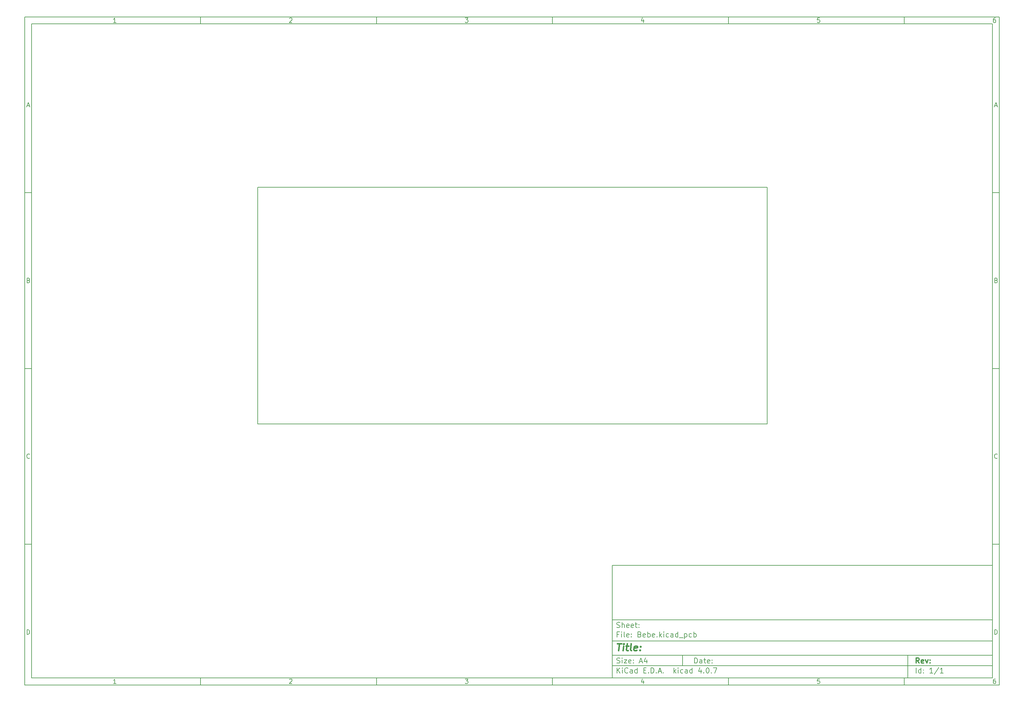
<source format=gbr>
G04 #@! TF.FileFunction,Profile,NP*
%FSLAX46Y46*%
G04 Gerber Fmt 4.6, Leading zero omitted, Abs format (unit mm)*
G04 Created by KiCad (PCBNEW 4.0.7) date 09/26/19 12:59:43*
%MOMM*%
%LPD*%
G01*
G04 APERTURE LIST*
%ADD10C,0.100000*%
%ADD11C,0.150000*%
%ADD12C,0.300000*%
%ADD13C,0.400000*%
G04 APERTURE END LIST*
D10*
D11*
X177002200Y-166007200D02*
X177002200Y-198007200D01*
X285002200Y-198007200D01*
X285002200Y-166007200D01*
X177002200Y-166007200D01*
D10*
D11*
X10000000Y-10000000D02*
X10000000Y-200007200D01*
X287002200Y-200007200D01*
X287002200Y-10000000D01*
X10000000Y-10000000D01*
D10*
D11*
X12000000Y-12000000D02*
X12000000Y-198007200D01*
X285002200Y-198007200D01*
X285002200Y-12000000D01*
X12000000Y-12000000D01*
D10*
D11*
X60000000Y-12000000D02*
X60000000Y-10000000D01*
D10*
D11*
X110000000Y-12000000D02*
X110000000Y-10000000D01*
D10*
D11*
X160000000Y-12000000D02*
X160000000Y-10000000D01*
D10*
D11*
X210000000Y-12000000D02*
X210000000Y-10000000D01*
D10*
D11*
X260000000Y-12000000D02*
X260000000Y-10000000D01*
D10*
D11*
X35990476Y-11588095D02*
X35247619Y-11588095D01*
X35619048Y-11588095D02*
X35619048Y-10288095D01*
X35495238Y-10473810D01*
X35371429Y-10597619D01*
X35247619Y-10659524D01*
D10*
D11*
X85247619Y-10411905D02*
X85309524Y-10350000D01*
X85433333Y-10288095D01*
X85742857Y-10288095D01*
X85866667Y-10350000D01*
X85928571Y-10411905D01*
X85990476Y-10535714D01*
X85990476Y-10659524D01*
X85928571Y-10845238D01*
X85185714Y-11588095D01*
X85990476Y-11588095D01*
D10*
D11*
X135185714Y-10288095D02*
X135990476Y-10288095D01*
X135557143Y-10783333D01*
X135742857Y-10783333D01*
X135866667Y-10845238D01*
X135928571Y-10907143D01*
X135990476Y-11030952D01*
X135990476Y-11340476D01*
X135928571Y-11464286D01*
X135866667Y-11526190D01*
X135742857Y-11588095D01*
X135371429Y-11588095D01*
X135247619Y-11526190D01*
X135185714Y-11464286D01*
D10*
D11*
X185866667Y-10721429D02*
X185866667Y-11588095D01*
X185557143Y-10226190D02*
X185247619Y-11154762D01*
X186052381Y-11154762D01*
D10*
D11*
X235928571Y-10288095D02*
X235309524Y-10288095D01*
X235247619Y-10907143D01*
X235309524Y-10845238D01*
X235433333Y-10783333D01*
X235742857Y-10783333D01*
X235866667Y-10845238D01*
X235928571Y-10907143D01*
X235990476Y-11030952D01*
X235990476Y-11340476D01*
X235928571Y-11464286D01*
X235866667Y-11526190D01*
X235742857Y-11588095D01*
X235433333Y-11588095D01*
X235309524Y-11526190D01*
X235247619Y-11464286D01*
D10*
D11*
X285866667Y-10288095D02*
X285619048Y-10288095D01*
X285495238Y-10350000D01*
X285433333Y-10411905D01*
X285309524Y-10597619D01*
X285247619Y-10845238D01*
X285247619Y-11340476D01*
X285309524Y-11464286D01*
X285371429Y-11526190D01*
X285495238Y-11588095D01*
X285742857Y-11588095D01*
X285866667Y-11526190D01*
X285928571Y-11464286D01*
X285990476Y-11340476D01*
X285990476Y-11030952D01*
X285928571Y-10907143D01*
X285866667Y-10845238D01*
X285742857Y-10783333D01*
X285495238Y-10783333D01*
X285371429Y-10845238D01*
X285309524Y-10907143D01*
X285247619Y-11030952D01*
D10*
D11*
X60000000Y-198007200D02*
X60000000Y-200007200D01*
D10*
D11*
X110000000Y-198007200D02*
X110000000Y-200007200D01*
D10*
D11*
X160000000Y-198007200D02*
X160000000Y-200007200D01*
D10*
D11*
X210000000Y-198007200D02*
X210000000Y-200007200D01*
D10*
D11*
X260000000Y-198007200D02*
X260000000Y-200007200D01*
D10*
D11*
X35990476Y-199595295D02*
X35247619Y-199595295D01*
X35619048Y-199595295D02*
X35619048Y-198295295D01*
X35495238Y-198481010D01*
X35371429Y-198604819D01*
X35247619Y-198666724D01*
D10*
D11*
X85247619Y-198419105D02*
X85309524Y-198357200D01*
X85433333Y-198295295D01*
X85742857Y-198295295D01*
X85866667Y-198357200D01*
X85928571Y-198419105D01*
X85990476Y-198542914D01*
X85990476Y-198666724D01*
X85928571Y-198852438D01*
X85185714Y-199595295D01*
X85990476Y-199595295D01*
D10*
D11*
X135185714Y-198295295D02*
X135990476Y-198295295D01*
X135557143Y-198790533D01*
X135742857Y-198790533D01*
X135866667Y-198852438D01*
X135928571Y-198914343D01*
X135990476Y-199038152D01*
X135990476Y-199347676D01*
X135928571Y-199471486D01*
X135866667Y-199533390D01*
X135742857Y-199595295D01*
X135371429Y-199595295D01*
X135247619Y-199533390D01*
X135185714Y-199471486D01*
D10*
D11*
X185866667Y-198728629D02*
X185866667Y-199595295D01*
X185557143Y-198233390D02*
X185247619Y-199161962D01*
X186052381Y-199161962D01*
D10*
D11*
X235928571Y-198295295D02*
X235309524Y-198295295D01*
X235247619Y-198914343D01*
X235309524Y-198852438D01*
X235433333Y-198790533D01*
X235742857Y-198790533D01*
X235866667Y-198852438D01*
X235928571Y-198914343D01*
X235990476Y-199038152D01*
X235990476Y-199347676D01*
X235928571Y-199471486D01*
X235866667Y-199533390D01*
X235742857Y-199595295D01*
X235433333Y-199595295D01*
X235309524Y-199533390D01*
X235247619Y-199471486D01*
D10*
D11*
X285866667Y-198295295D02*
X285619048Y-198295295D01*
X285495238Y-198357200D01*
X285433333Y-198419105D01*
X285309524Y-198604819D01*
X285247619Y-198852438D01*
X285247619Y-199347676D01*
X285309524Y-199471486D01*
X285371429Y-199533390D01*
X285495238Y-199595295D01*
X285742857Y-199595295D01*
X285866667Y-199533390D01*
X285928571Y-199471486D01*
X285990476Y-199347676D01*
X285990476Y-199038152D01*
X285928571Y-198914343D01*
X285866667Y-198852438D01*
X285742857Y-198790533D01*
X285495238Y-198790533D01*
X285371429Y-198852438D01*
X285309524Y-198914343D01*
X285247619Y-199038152D01*
D10*
D11*
X10000000Y-60000000D02*
X12000000Y-60000000D01*
D10*
D11*
X10000000Y-110000000D02*
X12000000Y-110000000D01*
D10*
D11*
X10000000Y-160000000D02*
X12000000Y-160000000D01*
D10*
D11*
X10690476Y-35216667D02*
X11309524Y-35216667D01*
X10566667Y-35588095D02*
X11000000Y-34288095D01*
X11433333Y-35588095D01*
D10*
D11*
X11092857Y-84907143D02*
X11278571Y-84969048D01*
X11340476Y-85030952D01*
X11402381Y-85154762D01*
X11402381Y-85340476D01*
X11340476Y-85464286D01*
X11278571Y-85526190D01*
X11154762Y-85588095D01*
X10659524Y-85588095D01*
X10659524Y-84288095D01*
X11092857Y-84288095D01*
X11216667Y-84350000D01*
X11278571Y-84411905D01*
X11340476Y-84535714D01*
X11340476Y-84659524D01*
X11278571Y-84783333D01*
X11216667Y-84845238D01*
X11092857Y-84907143D01*
X10659524Y-84907143D01*
D10*
D11*
X11402381Y-135464286D02*
X11340476Y-135526190D01*
X11154762Y-135588095D01*
X11030952Y-135588095D01*
X10845238Y-135526190D01*
X10721429Y-135402381D01*
X10659524Y-135278571D01*
X10597619Y-135030952D01*
X10597619Y-134845238D01*
X10659524Y-134597619D01*
X10721429Y-134473810D01*
X10845238Y-134350000D01*
X11030952Y-134288095D01*
X11154762Y-134288095D01*
X11340476Y-134350000D01*
X11402381Y-134411905D01*
D10*
D11*
X10659524Y-185588095D02*
X10659524Y-184288095D01*
X10969048Y-184288095D01*
X11154762Y-184350000D01*
X11278571Y-184473810D01*
X11340476Y-184597619D01*
X11402381Y-184845238D01*
X11402381Y-185030952D01*
X11340476Y-185278571D01*
X11278571Y-185402381D01*
X11154762Y-185526190D01*
X10969048Y-185588095D01*
X10659524Y-185588095D01*
D10*
D11*
X287002200Y-60000000D02*
X285002200Y-60000000D01*
D10*
D11*
X287002200Y-110000000D02*
X285002200Y-110000000D01*
D10*
D11*
X287002200Y-160000000D02*
X285002200Y-160000000D01*
D10*
D11*
X285692676Y-35216667D02*
X286311724Y-35216667D01*
X285568867Y-35588095D02*
X286002200Y-34288095D01*
X286435533Y-35588095D01*
D10*
D11*
X286095057Y-84907143D02*
X286280771Y-84969048D01*
X286342676Y-85030952D01*
X286404581Y-85154762D01*
X286404581Y-85340476D01*
X286342676Y-85464286D01*
X286280771Y-85526190D01*
X286156962Y-85588095D01*
X285661724Y-85588095D01*
X285661724Y-84288095D01*
X286095057Y-84288095D01*
X286218867Y-84350000D01*
X286280771Y-84411905D01*
X286342676Y-84535714D01*
X286342676Y-84659524D01*
X286280771Y-84783333D01*
X286218867Y-84845238D01*
X286095057Y-84907143D01*
X285661724Y-84907143D01*
D10*
D11*
X286404581Y-135464286D02*
X286342676Y-135526190D01*
X286156962Y-135588095D01*
X286033152Y-135588095D01*
X285847438Y-135526190D01*
X285723629Y-135402381D01*
X285661724Y-135278571D01*
X285599819Y-135030952D01*
X285599819Y-134845238D01*
X285661724Y-134597619D01*
X285723629Y-134473810D01*
X285847438Y-134350000D01*
X286033152Y-134288095D01*
X286156962Y-134288095D01*
X286342676Y-134350000D01*
X286404581Y-134411905D01*
D10*
D11*
X285661724Y-185588095D02*
X285661724Y-184288095D01*
X285971248Y-184288095D01*
X286156962Y-184350000D01*
X286280771Y-184473810D01*
X286342676Y-184597619D01*
X286404581Y-184845238D01*
X286404581Y-185030952D01*
X286342676Y-185278571D01*
X286280771Y-185402381D01*
X286156962Y-185526190D01*
X285971248Y-185588095D01*
X285661724Y-185588095D01*
D10*
D11*
X200359343Y-193785771D02*
X200359343Y-192285771D01*
X200716486Y-192285771D01*
X200930771Y-192357200D01*
X201073629Y-192500057D01*
X201145057Y-192642914D01*
X201216486Y-192928629D01*
X201216486Y-193142914D01*
X201145057Y-193428629D01*
X201073629Y-193571486D01*
X200930771Y-193714343D01*
X200716486Y-193785771D01*
X200359343Y-193785771D01*
X202502200Y-193785771D02*
X202502200Y-193000057D01*
X202430771Y-192857200D01*
X202287914Y-192785771D01*
X202002200Y-192785771D01*
X201859343Y-192857200D01*
X202502200Y-193714343D02*
X202359343Y-193785771D01*
X202002200Y-193785771D01*
X201859343Y-193714343D01*
X201787914Y-193571486D01*
X201787914Y-193428629D01*
X201859343Y-193285771D01*
X202002200Y-193214343D01*
X202359343Y-193214343D01*
X202502200Y-193142914D01*
X203002200Y-192785771D02*
X203573629Y-192785771D01*
X203216486Y-192285771D02*
X203216486Y-193571486D01*
X203287914Y-193714343D01*
X203430772Y-193785771D01*
X203573629Y-193785771D01*
X204645057Y-193714343D02*
X204502200Y-193785771D01*
X204216486Y-193785771D01*
X204073629Y-193714343D01*
X204002200Y-193571486D01*
X204002200Y-193000057D01*
X204073629Y-192857200D01*
X204216486Y-192785771D01*
X204502200Y-192785771D01*
X204645057Y-192857200D01*
X204716486Y-193000057D01*
X204716486Y-193142914D01*
X204002200Y-193285771D01*
X205359343Y-193642914D02*
X205430771Y-193714343D01*
X205359343Y-193785771D01*
X205287914Y-193714343D01*
X205359343Y-193642914D01*
X205359343Y-193785771D01*
X205359343Y-192857200D02*
X205430771Y-192928629D01*
X205359343Y-193000057D01*
X205287914Y-192928629D01*
X205359343Y-192857200D01*
X205359343Y-193000057D01*
D10*
D11*
X177002200Y-194507200D02*
X285002200Y-194507200D01*
D10*
D11*
X178359343Y-196585771D02*
X178359343Y-195085771D01*
X179216486Y-196585771D02*
X178573629Y-195728629D01*
X179216486Y-195085771D02*
X178359343Y-195942914D01*
X179859343Y-196585771D02*
X179859343Y-195585771D01*
X179859343Y-195085771D02*
X179787914Y-195157200D01*
X179859343Y-195228629D01*
X179930771Y-195157200D01*
X179859343Y-195085771D01*
X179859343Y-195228629D01*
X181430772Y-196442914D02*
X181359343Y-196514343D01*
X181145057Y-196585771D01*
X181002200Y-196585771D01*
X180787915Y-196514343D01*
X180645057Y-196371486D01*
X180573629Y-196228629D01*
X180502200Y-195942914D01*
X180502200Y-195728629D01*
X180573629Y-195442914D01*
X180645057Y-195300057D01*
X180787915Y-195157200D01*
X181002200Y-195085771D01*
X181145057Y-195085771D01*
X181359343Y-195157200D01*
X181430772Y-195228629D01*
X182716486Y-196585771D02*
X182716486Y-195800057D01*
X182645057Y-195657200D01*
X182502200Y-195585771D01*
X182216486Y-195585771D01*
X182073629Y-195657200D01*
X182716486Y-196514343D02*
X182573629Y-196585771D01*
X182216486Y-196585771D01*
X182073629Y-196514343D01*
X182002200Y-196371486D01*
X182002200Y-196228629D01*
X182073629Y-196085771D01*
X182216486Y-196014343D01*
X182573629Y-196014343D01*
X182716486Y-195942914D01*
X184073629Y-196585771D02*
X184073629Y-195085771D01*
X184073629Y-196514343D02*
X183930772Y-196585771D01*
X183645058Y-196585771D01*
X183502200Y-196514343D01*
X183430772Y-196442914D01*
X183359343Y-196300057D01*
X183359343Y-195871486D01*
X183430772Y-195728629D01*
X183502200Y-195657200D01*
X183645058Y-195585771D01*
X183930772Y-195585771D01*
X184073629Y-195657200D01*
X185930772Y-195800057D02*
X186430772Y-195800057D01*
X186645058Y-196585771D02*
X185930772Y-196585771D01*
X185930772Y-195085771D01*
X186645058Y-195085771D01*
X187287915Y-196442914D02*
X187359343Y-196514343D01*
X187287915Y-196585771D01*
X187216486Y-196514343D01*
X187287915Y-196442914D01*
X187287915Y-196585771D01*
X188002201Y-196585771D02*
X188002201Y-195085771D01*
X188359344Y-195085771D01*
X188573629Y-195157200D01*
X188716487Y-195300057D01*
X188787915Y-195442914D01*
X188859344Y-195728629D01*
X188859344Y-195942914D01*
X188787915Y-196228629D01*
X188716487Y-196371486D01*
X188573629Y-196514343D01*
X188359344Y-196585771D01*
X188002201Y-196585771D01*
X189502201Y-196442914D02*
X189573629Y-196514343D01*
X189502201Y-196585771D01*
X189430772Y-196514343D01*
X189502201Y-196442914D01*
X189502201Y-196585771D01*
X190145058Y-196157200D02*
X190859344Y-196157200D01*
X190002201Y-196585771D02*
X190502201Y-195085771D01*
X191002201Y-196585771D01*
X191502201Y-196442914D02*
X191573629Y-196514343D01*
X191502201Y-196585771D01*
X191430772Y-196514343D01*
X191502201Y-196442914D01*
X191502201Y-196585771D01*
X194502201Y-196585771D02*
X194502201Y-195085771D01*
X194645058Y-196014343D02*
X195073629Y-196585771D01*
X195073629Y-195585771D02*
X194502201Y-196157200D01*
X195716487Y-196585771D02*
X195716487Y-195585771D01*
X195716487Y-195085771D02*
X195645058Y-195157200D01*
X195716487Y-195228629D01*
X195787915Y-195157200D01*
X195716487Y-195085771D01*
X195716487Y-195228629D01*
X197073630Y-196514343D02*
X196930773Y-196585771D01*
X196645059Y-196585771D01*
X196502201Y-196514343D01*
X196430773Y-196442914D01*
X196359344Y-196300057D01*
X196359344Y-195871486D01*
X196430773Y-195728629D01*
X196502201Y-195657200D01*
X196645059Y-195585771D01*
X196930773Y-195585771D01*
X197073630Y-195657200D01*
X198359344Y-196585771D02*
X198359344Y-195800057D01*
X198287915Y-195657200D01*
X198145058Y-195585771D01*
X197859344Y-195585771D01*
X197716487Y-195657200D01*
X198359344Y-196514343D02*
X198216487Y-196585771D01*
X197859344Y-196585771D01*
X197716487Y-196514343D01*
X197645058Y-196371486D01*
X197645058Y-196228629D01*
X197716487Y-196085771D01*
X197859344Y-196014343D01*
X198216487Y-196014343D01*
X198359344Y-195942914D01*
X199716487Y-196585771D02*
X199716487Y-195085771D01*
X199716487Y-196514343D02*
X199573630Y-196585771D01*
X199287916Y-196585771D01*
X199145058Y-196514343D01*
X199073630Y-196442914D01*
X199002201Y-196300057D01*
X199002201Y-195871486D01*
X199073630Y-195728629D01*
X199145058Y-195657200D01*
X199287916Y-195585771D01*
X199573630Y-195585771D01*
X199716487Y-195657200D01*
X202216487Y-195585771D02*
X202216487Y-196585771D01*
X201859344Y-195014343D02*
X201502201Y-196085771D01*
X202430773Y-196085771D01*
X203002201Y-196442914D02*
X203073629Y-196514343D01*
X203002201Y-196585771D01*
X202930772Y-196514343D01*
X203002201Y-196442914D01*
X203002201Y-196585771D01*
X204002201Y-195085771D02*
X204145058Y-195085771D01*
X204287915Y-195157200D01*
X204359344Y-195228629D01*
X204430773Y-195371486D01*
X204502201Y-195657200D01*
X204502201Y-196014343D01*
X204430773Y-196300057D01*
X204359344Y-196442914D01*
X204287915Y-196514343D01*
X204145058Y-196585771D01*
X204002201Y-196585771D01*
X203859344Y-196514343D01*
X203787915Y-196442914D01*
X203716487Y-196300057D01*
X203645058Y-196014343D01*
X203645058Y-195657200D01*
X203716487Y-195371486D01*
X203787915Y-195228629D01*
X203859344Y-195157200D01*
X204002201Y-195085771D01*
X205145058Y-196442914D02*
X205216486Y-196514343D01*
X205145058Y-196585771D01*
X205073629Y-196514343D01*
X205145058Y-196442914D01*
X205145058Y-196585771D01*
X205716487Y-195085771D02*
X206716487Y-195085771D01*
X206073630Y-196585771D01*
D10*
D11*
X177002200Y-191507200D02*
X285002200Y-191507200D01*
D10*
D12*
X264216486Y-193785771D02*
X263716486Y-193071486D01*
X263359343Y-193785771D02*
X263359343Y-192285771D01*
X263930771Y-192285771D01*
X264073629Y-192357200D01*
X264145057Y-192428629D01*
X264216486Y-192571486D01*
X264216486Y-192785771D01*
X264145057Y-192928629D01*
X264073629Y-193000057D01*
X263930771Y-193071486D01*
X263359343Y-193071486D01*
X265430771Y-193714343D02*
X265287914Y-193785771D01*
X265002200Y-193785771D01*
X264859343Y-193714343D01*
X264787914Y-193571486D01*
X264787914Y-193000057D01*
X264859343Y-192857200D01*
X265002200Y-192785771D01*
X265287914Y-192785771D01*
X265430771Y-192857200D01*
X265502200Y-193000057D01*
X265502200Y-193142914D01*
X264787914Y-193285771D01*
X266002200Y-192785771D02*
X266359343Y-193785771D01*
X266716485Y-192785771D01*
X267287914Y-193642914D02*
X267359342Y-193714343D01*
X267287914Y-193785771D01*
X267216485Y-193714343D01*
X267287914Y-193642914D01*
X267287914Y-193785771D01*
X267287914Y-192857200D02*
X267359342Y-192928629D01*
X267287914Y-193000057D01*
X267216485Y-192928629D01*
X267287914Y-192857200D01*
X267287914Y-193000057D01*
D10*
D11*
X178287914Y-193714343D02*
X178502200Y-193785771D01*
X178859343Y-193785771D01*
X179002200Y-193714343D01*
X179073629Y-193642914D01*
X179145057Y-193500057D01*
X179145057Y-193357200D01*
X179073629Y-193214343D01*
X179002200Y-193142914D01*
X178859343Y-193071486D01*
X178573629Y-193000057D01*
X178430771Y-192928629D01*
X178359343Y-192857200D01*
X178287914Y-192714343D01*
X178287914Y-192571486D01*
X178359343Y-192428629D01*
X178430771Y-192357200D01*
X178573629Y-192285771D01*
X178930771Y-192285771D01*
X179145057Y-192357200D01*
X179787914Y-193785771D02*
X179787914Y-192785771D01*
X179787914Y-192285771D02*
X179716485Y-192357200D01*
X179787914Y-192428629D01*
X179859342Y-192357200D01*
X179787914Y-192285771D01*
X179787914Y-192428629D01*
X180359343Y-192785771D02*
X181145057Y-192785771D01*
X180359343Y-193785771D01*
X181145057Y-193785771D01*
X182287914Y-193714343D02*
X182145057Y-193785771D01*
X181859343Y-193785771D01*
X181716486Y-193714343D01*
X181645057Y-193571486D01*
X181645057Y-193000057D01*
X181716486Y-192857200D01*
X181859343Y-192785771D01*
X182145057Y-192785771D01*
X182287914Y-192857200D01*
X182359343Y-193000057D01*
X182359343Y-193142914D01*
X181645057Y-193285771D01*
X183002200Y-193642914D02*
X183073628Y-193714343D01*
X183002200Y-193785771D01*
X182930771Y-193714343D01*
X183002200Y-193642914D01*
X183002200Y-193785771D01*
X183002200Y-192857200D02*
X183073628Y-192928629D01*
X183002200Y-193000057D01*
X182930771Y-192928629D01*
X183002200Y-192857200D01*
X183002200Y-193000057D01*
X184787914Y-193357200D02*
X185502200Y-193357200D01*
X184645057Y-193785771D02*
X185145057Y-192285771D01*
X185645057Y-193785771D01*
X186787914Y-192785771D02*
X186787914Y-193785771D01*
X186430771Y-192214343D02*
X186073628Y-193285771D01*
X187002200Y-193285771D01*
D10*
D11*
X263359343Y-196585771D02*
X263359343Y-195085771D01*
X264716486Y-196585771D02*
X264716486Y-195085771D01*
X264716486Y-196514343D02*
X264573629Y-196585771D01*
X264287915Y-196585771D01*
X264145057Y-196514343D01*
X264073629Y-196442914D01*
X264002200Y-196300057D01*
X264002200Y-195871486D01*
X264073629Y-195728629D01*
X264145057Y-195657200D01*
X264287915Y-195585771D01*
X264573629Y-195585771D01*
X264716486Y-195657200D01*
X265430772Y-196442914D02*
X265502200Y-196514343D01*
X265430772Y-196585771D01*
X265359343Y-196514343D01*
X265430772Y-196442914D01*
X265430772Y-196585771D01*
X265430772Y-195657200D02*
X265502200Y-195728629D01*
X265430772Y-195800057D01*
X265359343Y-195728629D01*
X265430772Y-195657200D01*
X265430772Y-195800057D01*
X268073629Y-196585771D02*
X267216486Y-196585771D01*
X267645058Y-196585771D02*
X267645058Y-195085771D01*
X267502201Y-195300057D01*
X267359343Y-195442914D01*
X267216486Y-195514343D01*
X269787914Y-195014343D02*
X268502200Y-196942914D01*
X271073629Y-196585771D02*
X270216486Y-196585771D01*
X270645058Y-196585771D02*
X270645058Y-195085771D01*
X270502201Y-195300057D01*
X270359343Y-195442914D01*
X270216486Y-195514343D01*
D10*
D11*
X177002200Y-187507200D02*
X285002200Y-187507200D01*
D10*
D13*
X178454581Y-188211962D02*
X179597438Y-188211962D01*
X178776010Y-190211962D02*
X179026010Y-188211962D01*
X180014105Y-190211962D02*
X180180771Y-188878629D01*
X180264105Y-188211962D02*
X180156962Y-188307200D01*
X180240295Y-188402438D01*
X180347439Y-188307200D01*
X180264105Y-188211962D01*
X180240295Y-188402438D01*
X180847438Y-188878629D02*
X181609343Y-188878629D01*
X181216486Y-188211962D02*
X181002200Y-189926248D01*
X181073630Y-190116724D01*
X181252201Y-190211962D01*
X181442677Y-190211962D01*
X182395058Y-190211962D02*
X182216487Y-190116724D01*
X182145057Y-189926248D01*
X182359343Y-188211962D01*
X183930772Y-190116724D02*
X183728391Y-190211962D01*
X183347439Y-190211962D01*
X183168867Y-190116724D01*
X183097438Y-189926248D01*
X183192676Y-189164343D01*
X183311724Y-188973867D01*
X183514105Y-188878629D01*
X183895057Y-188878629D01*
X184073629Y-188973867D01*
X184145057Y-189164343D01*
X184121248Y-189354819D01*
X183145057Y-189545295D01*
X184895057Y-190021486D02*
X184978392Y-190116724D01*
X184871248Y-190211962D01*
X184787915Y-190116724D01*
X184895057Y-190021486D01*
X184871248Y-190211962D01*
X185026010Y-188973867D02*
X185109344Y-189069105D01*
X185002200Y-189164343D01*
X184918867Y-189069105D01*
X185026010Y-188973867D01*
X185002200Y-189164343D01*
D10*
D11*
X178859343Y-185600057D02*
X178359343Y-185600057D01*
X178359343Y-186385771D02*
X178359343Y-184885771D01*
X179073629Y-184885771D01*
X179645057Y-186385771D02*
X179645057Y-185385771D01*
X179645057Y-184885771D02*
X179573628Y-184957200D01*
X179645057Y-185028629D01*
X179716485Y-184957200D01*
X179645057Y-184885771D01*
X179645057Y-185028629D01*
X180573629Y-186385771D02*
X180430771Y-186314343D01*
X180359343Y-186171486D01*
X180359343Y-184885771D01*
X181716485Y-186314343D02*
X181573628Y-186385771D01*
X181287914Y-186385771D01*
X181145057Y-186314343D01*
X181073628Y-186171486D01*
X181073628Y-185600057D01*
X181145057Y-185457200D01*
X181287914Y-185385771D01*
X181573628Y-185385771D01*
X181716485Y-185457200D01*
X181787914Y-185600057D01*
X181787914Y-185742914D01*
X181073628Y-185885771D01*
X182430771Y-186242914D02*
X182502199Y-186314343D01*
X182430771Y-186385771D01*
X182359342Y-186314343D01*
X182430771Y-186242914D01*
X182430771Y-186385771D01*
X182430771Y-185457200D02*
X182502199Y-185528629D01*
X182430771Y-185600057D01*
X182359342Y-185528629D01*
X182430771Y-185457200D01*
X182430771Y-185600057D01*
X184787914Y-185600057D02*
X185002200Y-185671486D01*
X185073628Y-185742914D01*
X185145057Y-185885771D01*
X185145057Y-186100057D01*
X185073628Y-186242914D01*
X185002200Y-186314343D01*
X184859342Y-186385771D01*
X184287914Y-186385771D01*
X184287914Y-184885771D01*
X184787914Y-184885771D01*
X184930771Y-184957200D01*
X185002200Y-185028629D01*
X185073628Y-185171486D01*
X185073628Y-185314343D01*
X185002200Y-185457200D01*
X184930771Y-185528629D01*
X184787914Y-185600057D01*
X184287914Y-185600057D01*
X186359342Y-186314343D02*
X186216485Y-186385771D01*
X185930771Y-186385771D01*
X185787914Y-186314343D01*
X185716485Y-186171486D01*
X185716485Y-185600057D01*
X185787914Y-185457200D01*
X185930771Y-185385771D01*
X186216485Y-185385771D01*
X186359342Y-185457200D01*
X186430771Y-185600057D01*
X186430771Y-185742914D01*
X185716485Y-185885771D01*
X187073628Y-186385771D02*
X187073628Y-184885771D01*
X187073628Y-185457200D02*
X187216485Y-185385771D01*
X187502199Y-185385771D01*
X187645056Y-185457200D01*
X187716485Y-185528629D01*
X187787914Y-185671486D01*
X187787914Y-186100057D01*
X187716485Y-186242914D01*
X187645056Y-186314343D01*
X187502199Y-186385771D01*
X187216485Y-186385771D01*
X187073628Y-186314343D01*
X189002199Y-186314343D02*
X188859342Y-186385771D01*
X188573628Y-186385771D01*
X188430771Y-186314343D01*
X188359342Y-186171486D01*
X188359342Y-185600057D01*
X188430771Y-185457200D01*
X188573628Y-185385771D01*
X188859342Y-185385771D01*
X189002199Y-185457200D01*
X189073628Y-185600057D01*
X189073628Y-185742914D01*
X188359342Y-185885771D01*
X189716485Y-186242914D02*
X189787913Y-186314343D01*
X189716485Y-186385771D01*
X189645056Y-186314343D01*
X189716485Y-186242914D01*
X189716485Y-186385771D01*
X190430771Y-186385771D02*
X190430771Y-184885771D01*
X190573628Y-185814343D02*
X191002199Y-186385771D01*
X191002199Y-185385771D02*
X190430771Y-185957200D01*
X191645057Y-186385771D02*
X191645057Y-185385771D01*
X191645057Y-184885771D02*
X191573628Y-184957200D01*
X191645057Y-185028629D01*
X191716485Y-184957200D01*
X191645057Y-184885771D01*
X191645057Y-185028629D01*
X193002200Y-186314343D02*
X192859343Y-186385771D01*
X192573629Y-186385771D01*
X192430771Y-186314343D01*
X192359343Y-186242914D01*
X192287914Y-186100057D01*
X192287914Y-185671486D01*
X192359343Y-185528629D01*
X192430771Y-185457200D01*
X192573629Y-185385771D01*
X192859343Y-185385771D01*
X193002200Y-185457200D01*
X194287914Y-186385771D02*
X194287914Y-185600057D01*
X194216485Y-185457200D01*
X194073628Y-185385771D01*
X193787914Y-185385771D01*
X193645057Y-185457200D01*
X194287914Y-186314343D02*
X194145057Y-186385771D01*
X193787914Y-186385771D01*
X193645057Y-186314343D01*
X193573628Y-186171486D01*
X193573628Y-186028629D01*
X193645057Y-185885771D01*
X193787914Y-185814343D01*
X194145057Y-185814343D01*
X194287914Y-185742914D01*
X195645057Y-186385771D02*
X195645057Y-184885771D01*
X195645057Y-186314343D02*
X195502200Y-186385771D01*
X195216486Y-186385771D01*
X195073628Y-186314343D01*
X195002200Y-186242914D01*
X194930771Y-186100057D01*
X194930771Y-185671486D01*
X195002200Y-185528629D01*
X195073628Y-185457200D01*
X195216486Y-185385771D01*
X195502200Y-185385771D01*
X195645057Y-185457200D01*
X196002200Y-186528629D02*
X197145057Y-186528629D01*
X197502200Y-185385771D02*
X197502200Y-186885771D01*
X197502200Y-185457200D02*
X197645057Y-185385771D01*
X197930771Y-185385771D01*
X198073628Y-185457200D01*
X198145057Y-185528629D01*
X198216486Y-185671486D01*
X198216486Y-186100057D01*
X198145057Y-186242914D01*
X198073628Y-186314343D01*
X197930771Y-186385771D01*
X197645057Y-186385771D01*
X197502200Y-186314343D01*
X199502200Y-186314343D02*
X199359343Y-186385771D01*
X199073629Y-186385771D01*
X198930771Y-186314343D01*
X198859343Y-186242914D01*
X198787914Y-186100057D01*
X198787914Y-185671486D01*
X198859343Y-185528629D01*
X198930771Y-185457200D01*
X199073629Y-185385771D01*
X199359343Y-185385771D01*
X199502200Y-185457200D01*
X200145057Y-186385771D02*
X200145057Y-184885771D01*
X200145057Y-185457200D02*
X200287914Y-185385771D01*
X200573628Y-185385771D01*
X200716485Y-185457200D01*
X200787914Y-185528629D01*
X200859343Y-185671486D01*
X200859343Y-186100057D01*
X200787914Y-186242914D01*
X200716485Y-186314343D01*
X200573628Y-186385771D01*
X200287914Y-186385771D01*
X200145057Y-186314343D01*
D10*
D11*
X177002200Y-181507200D02*
X285002200Y-181507200D01*
D10*
D11*
X178287914Y-183614343D02*
X178502200Y-183685771D01*
X178859343Y-183685771D01*
X179002200Y-183614343D01*
X179073629Y-183542914D01*
X179145057Y-183400057D01*
X179145057Y-183257200D01*
X179073629Y-183114343D01*
X179002200Y-183042914D01*
X178859343Y-182971486D01*
X178573629Y-182900057D01*
X178430771Y-182828629D01*
X178359343Y-182757200D01*
X178287914Y-182614343D01*
X178287914Y-182471486D01*
X178359343Y-182328629D01*
X178430771Y-182257200D01*
X178573629Y-182185771D01*
X178930771Y-182185771D01*
X179145057Y-182257200D01*
X179787914Y-183685771D02*
X179787914Y-182185771D01*
X180430771Y-183685771D02*
X180430771Y-182900057D01*
X180359342Y-182757200D01*
X180216485Y-182685771D01*
X180002200Y-182685771D01*
X179859342Y-182757200D01*
X179787914Y-182828629D01*
X181716485Y-183614343D02*
X181573628Y-183685771D01*
X181287914Y-183685771D01*
X181145057Y-183614343D01*
X181073628Y-183471486D01*
X181073628Y-182900057D01*
X181145057Y-182757200D01*
X181287914Y-182685771D01*
X181573628Y-182685771D01*
X181716485Y-182757200D01*
X181787914Y-182900057D01*
X181787914Y-183042914D01*
X181073628Y-183185771D01*
X183002199Y-183614343D02*
X182859342Y-183685771D01*
X182573628Y-183685771D01*
X182430771Y-183614343D01*
X182359342Y-183471486D01*
X182359342Y-182900057D01*
X182430771Y-182757200D01*
X182573628Y-182685771D01*
X182859342Y-182685771D01*
X183002199Y-182757200D01*
X183073628Y-182900057D01*
X183073628Y-183042914D01*
X182359342Y-183185771D01*
X183502199Y-182685771D02*
X184073628Y-182685771D01*
X183716485Y-182185771D02*
X183716485Y-183471486D01*
X183787913Y-183614343D01*
X183930771Y-183685771D01*
X184073628Y-183685771D01*
X184573628Y-183542914D02*
X184645056Y-183614343D01*
X184573628Y-183685771D01*
X184502199Y-183614343D01*
X184573628Y-183542914D01*
X184573628Y-183685771D01*
X184573628Y-182757200D02*
X184645056Y-182828629D01*
X184573628Y-182900057D01*
X184502199Y-182828629D01*
X184573628Y-182757200D01*
X184573628Y-182900057D01*
D10*
D11*
X197002200Y-191507200D02*
X197002200Y-194507200D01*
D10*
D11*
X261002200Y-191507200D02*
X261002200Y-198007200D01*
X220980000Y-58420000D02*
X220980000Y-125730000D01*
X76200000Y-125730000D02*
X220980000Y-125730000D01*
X76200000Y-58420000D02*
X76200000Y-125730000D01*
X76200000Y-58420000D02*
X220980000Y-58420000D01*
M02*

</source>
